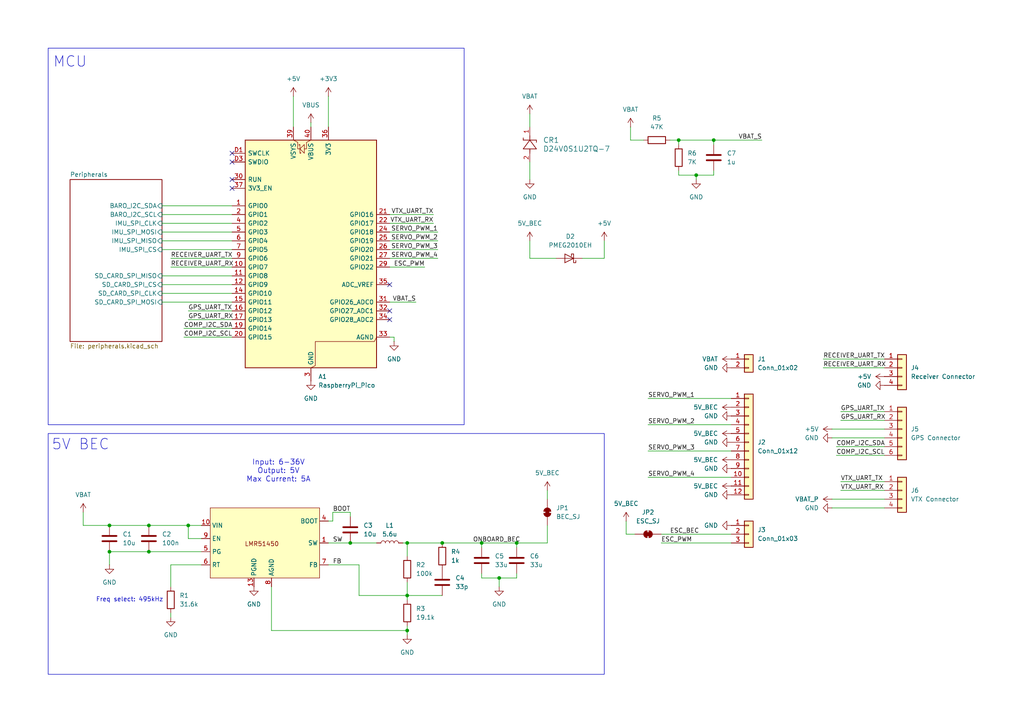
<source format=kicad_sch>
(kicad_sch (version 20250114) (generator "eeschema") (generator_version "9.0")
  (paper "A4")
  (lib_symbols
    (symbol "Connector_Generic:Conn_01x02" (pin_names (offset 1.016) (hide yes))
      (property "Reference" "J" (at 0 2.54 0))
      (property "Value" "Conn_01x02" (at 0 -5.08 0))
      (symbol "Conn_01x02_1_1"
        (rectangle (start -1.27 1.27) (end 1.27 -3.81) (stroke (width 0.254)) (fill (type background)))
        (rectangle (start -1.27 0.127) (end 0 -0.127) (stroke (width 0.1524)))
        (rectangle (start -1.27 -2.413) (end 0 -2.667) (stroke (width 0.1524)))
        (pin passive line (at -5.08 0 0) (length 3.81) (name "Pin_1") (number "1"))
        (pin passive line (at -5.08 -2.54 0) (length 3.81) (name "Pin_2") (number "2"))
      )
    )
    (symbol "Connector_Generic:Conn_01x03" (pin_names (offset 1.016) (hide yes))
      (property "Reference" "J" (at 0 5.08 0))
      (property "Value" "Conn_01x03" (at 0 -5.08 0))
      (symbol "Conn_01x03_1_1"
        (rectangle (start -1.27 3.81) (end 1.27 -3.81) (stroke (width 0.254)) (fill (type background)))
        (rectangle (start -1.27 2.667) (end 0 2.413) (stroke (width 0.1524)))
        (rectangle (start -1.27 0.127) (end 0 -0.127) (stroke (width 0.1524)))
        (rectangle (start -1.27 -2.413) (end 0 -2.667) (stroke (width 0.1524)))
        (pin passive line (at -5.08 2.54 0) (length 3.81) (name "Pin_1") (number "1"))
        (pin passive line (at -5.08 0 0) (length 3.81) (name "Pin_2") (number "2"))
        (pin passive line (at -5.08 -2.54 0) (length 3.81) (name "Pin_3") (number "3"))
      )
    )
    (symbol "Connector_Generic:Conn_01x04" (pin_names (offset 1.016) (hide yes))
      (property "Reference" "J" (at 0 5.08 0))
      (property "Value" "Conn_01x04" (at 0 -7.62 0))
      (symbol "Conn_01x04_1_1"
        (rectangle (start -1.27 3.81) (end 1.27 -6.35) (stroke (width 0.254)) (fill (type background)))
        (rectangle (start -1.27 2.667) (end 0 2.413) (stroke (width 0.1524)))
        (rectangle (start -1.27 0.127) (end 0 -0.127) (stroke (width 0.1524)))
        (rectangle (start -1.27 -2.413) (end 0 -2.667) (stroke (width 0.1524)))
        (rectangle (start -1.27 -4.953) (end 0 -5.207) (stroke (width 0.1524)))
        (pin passive line (at -5.08 2.54 0) (length 3.81) (name "Pin_1") (number "1"))
        (pin passive line (at -5.08 0 0) (length 3.81) (name "Pin_2") (number "2"))
        (pin passive line (at -5.08 -2.54 0) (length 3.81) (name "Pin_3") (number "3"))
        (pin passive line (at -5.08 -5.08 0) (length 3.81) (name "Pin_4") (number "4"))
      )
    )
    (symbol "Connector_Generic:Conn_01x06" (pin_names (offset 1.016) (hide yes))
      (property "Reference" "J" (at 0 7.62 0))
      (property "Value" "Conn_01x06" (at 0 -10.16 0))
      (symbol "Conn_01x06_1_1"
        (rectangle (start -1.27 6.35) (end 1.27 -8.89) (stroke (width 0.254)) (fill (type background)))
        (rectangle (start -1.27 5.207) (end 0 4.953) (stroke (width 0.1524)))
        (rectangle (start -1.27 2.667) (end 0 2.413) (stroke (width 0.1524)))
        (rectangle (start -1.27 0.127) (end 0 -0.127) (stroke (width 0.1524)))
        (rectangle (start -1.27 -2.413) (end 0 -2.667) (stroke (width 0.1524)))
        (rectangle (start -1.27 -4.953) (end 0 -5.207) (stroke (width 0.1524)))
        (rectangle (start -1.27 -7.493) (end 0 -7.747) (stroke (width 0.1524)))
        (pin passive line (at -5.08 5.08 0) (length 3.81) (name "Pin_1") (number "1"))
        (pin passive line (at -5.08 2.54 0) (length 3.81) (name "Pin_2") (number "2"))
        (pin passive line (at -5.08 0 0) (length 3.81) (name "Pin_3") (number "3"))
        (pin passive line (at -5.08 -2.54 0) (length 3.81) (name "Pin_4") (number "4"))
        (pin passive line (at -5.08 -5.08 0) (length 3.81) (name "Pin_5") (number "5"))
        (pin passive line (at -5.08 -7.62 0) (length 3.81) (name "Pin_6") (number "6"))
      )
    )
    (symbol "Connector_Generic:Conn_01x12" (pin_names (offset 1.016) (hide yes))
      (property "Reference" "J" (at 0 15.24 0))
      (property "Value" "Conn_01x12" (at 0 -17.78 0))
      (symbol "Conn_01x12_1_1"
        (rectangle (start -1.27 13.97) (end 1.27 -16.51) (stroke (width 0.254)) (fill (type background)))
        (rectangle (start -1.27 12.827) (end 0 12.573) (stroke (width 0.1524)))
        (rectangle (start -1.27 10.287) (end 0 10.033) (stroke (width 0.1524)))
        (rectangle (start -1.27 7.747) (end 0 7.493) (stroke (width 0.1524)))
        (rectangle (start -1.27 5.207) (end 0 4.953) (stroke (width 0.1524)))
        (rectangle (start -1.27 2.667) (end 0 2.413) (stroke (width 0.1524)))
        (rectangle (start -1.27 0.127) (end 0 -0.127) (stroke (width 0.1524)))
        (rectangle (start -1.27 -2.413) (end 0 -2.667) (stroke (width 0.1524)))
        (rectangle (start -1.27 -4.953) (end 0 -5.207) (stroke (width 0.1524)))
        (rectangle (start -1.27 -7.493) (end 0 -7.747) (stroke (width 0.1524)))
        (rectangle (start -1.27 -10.033) (end 0 -10.287) (stroke (width 0.1524)))
        (rectangle (start -1.27 -12.573) (end 0 -12.827) (stroke (width 0.1524)))
        (rectangle (start -1.27 -15.113) (end 0 -15.367) (stroke (width 0.1524)))
        (pin passive line (at -5.08 12.7 0) (length 3.81) (name "Pin_1") (number "1"))
        (pin passive line (at -5.08 10.16 0) (length 3.81) (name "Pin_2") (number "2"))
        (pin passive line (at -5.08 7.62 0) (length 3.81) (name "Pin_3") (number "3"))
        (pin passive line (at -5.08 5.08 0) (length 3.81) (name "Pin_4") (number "4"))
        (pin passive line (at -5.08 2.54 0) (length 3.81) (name "Pin_5") (number "5"))
        (pin passive line (at -5.08 0 0) (length 3.81) (name "Pin_6") (number "6"))
        (pin passive line (at -5.08 -2.54 0) (length 3.81) (name "Pin_7") (number "7"))
        (pin passive line (at -5.08 -5.08 0) (length 3.81) (name "Pin_8") (number "8"))
        (pin passive line (at -5.08 -7.62 0) (length 3.81) (name "Pin_9") (number "9"))
        (pin passive line (at -5.08 -10.16 0) (length 3.81) (name "Pin_10") (number "10"))
        (pin passive line (at -5.08 -12.7 0) (length 3.81) (name "Pin_11") (number "11"))
        (pin passive line (at -5.08 -15.24 0) (length 3.81) (name "Pin_12") (number "12"))
      )
    )
    (symbol "Device:C" (pin_numbers (hide yes)) (pin_names (offset 0.254))
      (property "Reference" "C" (at 0.635 2.54 0))
      (property "Value" "C" (at 0.635 -2.54 0))
      (symbol "C_0_1"
        (polyline (pts (xy -2.032 0.762) (xy 2.032 0.762)) (stroke (width 0.508)))
        (polyline (pts (xy -2.032 -0.762) (xy 2.032 -0.762)) (stroke (width 0.508)))
      )
      (symbol "C_1_1"
        (pin passive line (at 0 3.81 270) (length 2.794) (name "~") (number "1"))
        (pin passive line (at 0 -3.81 90) (length 2.794) (name "~") (number "2"))
      )
    )
    (symbol "Device:L" (pin_numbers (hide yes)) (pin_names (offset 1.016) (hide yes))
      (property "Reference" "L" (at -1.27 0 90))
      (property "Value" "L" (at 1.905 0 90))
      (symbol "L_0_1"
        (arc (start 0 2.54) (mid 0.6323 1.905) (end 0 1.27))
        (arc (start 0 1.27) (mid 0.6323 0.635) (end 0 0))
        (arc (start 0 0) (mid 0.6323 -0.635) (end 0 -1.27))
        (arc (start 0 -1.27) (mid 0.6323 -1.905) (end 0 -2.54))
      )
      (symbol "L_1_1"
        (pin passive line (at 0 3.81 270) (length 1.27) (name "1") (number "1"))
        (pin passive line (at 0 -3.81 90) (length 1.27) (name "2") (number "2"))
      )
    )
    (symbol "Device:R" (pin_numbers (hide yes)) (pin_names (offset 0))
      (property "Reference" "R" (at 2.032 0 90))
      (property "Value" "R" (at 0 0 90))
      (symbol "R_0_1"
        (rectangle (start -1.016 -2.54) (end 1.016 2.54) (stroke (width 0.254)))
      )
      (symbol "R_1_1"
        (pin passive line (at 0 3.81 270) (length 1.27) (name "~") (number "1"))
        (pin passive line (at 0 -3.81 90) (length 1.27) (name "~") (number "2"))
      )
    )
    (symbol "Diode:PMEG2010EH" (pin_numbers (hide yes)) (pin_names (hide yes))
      (property "Reference" "D" (at 0 2.54 0))
      (property "Value" "PMEG2010EH" (at 0 -2.54 0))
      (symbol "PMEG2010EH_0_1"
        (polyline (pts (xy -1.905 0.635) (xy -1.905 1.27) (xy -1.27 1.27) (xy -1.27 -1.27) (xy -0.635 -1.27) (xy -0.635 -0.635)) (stroke (width 0.2032)))
        (polyline (pts (xy 1.27 1.27) (xy 1.27 -1.27) (xy -1.27 0) (xy 1.27 1.27)) (stroke (width 0.2032)))
        (polyline (pts (xy 1.27 0) (xy -1.27 0)))
      )
      (symbol "PMEG2010EH_1_1"
        (pin passive line (at -3.81 0 0) (length 2.54) (name "K") (number "1"))
        (pin passive line (at 3.81 0 180) (length 2.54) (name "A") (number "2"))
      )
    )
    (symbol "Jumper:SolderJumper_2_Bridged" (pin_numbers (hide yes)) (pin_names (offset 0) (hide yes)) (in_bom no)
      (property "Reference" "JP" (at 0 2.032 0))
      (property "Value" "SolderJumper_2_Bridged" (at 0 -2.54 0))
      (symbol "SolderJumper_2_Bridged_0_1"
        (rectangle (start -0.508 0.508) (end 0.508 -0.508) (fill (type outline)))
        (polyline (pts (xy -0.254 1.016) (xy -0.254 -1.016)))
        (arc (start -0.254 -1.016) (mid -1.2656 0) (end -0.254 1.016))
        (arc (start -0.254 -1.016) (mid -1.2656 0) (end -0.254 1.016) (fill (type outline)))
        (arc (start 0.254 1.016) (mid 1.2656 0) (end 0.254 -1.016))
        (arc (start 0.254 1.016) (mid 1.2656 0) (end 0.254 -1.016) (fill (type outline)))
        (polyline (pts (xy 0.254 1.016) (xy 0.254 -1.016)))
      )
      (symbol "SolderJumper_2_Bridged_1_1"
        (pin passive line (at -3.81 0 0) (length 2.54) (name "A") (number "1"))
        (pin passive line (at 3.81 0 180) (length 2.54) (name "B") (number "2"))
      )
    )
    (symbol "MCU_Module:RaspberryPi_Pico_Debug" (pin_names (offset 0.762))
      (property "Reference" "A" (at -19.05 35.56 0))
      (property "Value" "RaspberryPi_Pico" (at 7.62 35.56 0))
      (symbol "RaspberryPi_Pico_Debug_0_1"
        (rectangle (start -19.05 34.29) (end 19.05 -31.75) (stroke (width 0.254)) (fill (type background)))
        (polyline (pts (xy -5.08 34.29) (xy -3.81 33.655) (xy -3.81 31.75) (xy -3.175 31.75)))
        (polyline (pts (xy -3.429 32.766) (xy -3.429 33.02) (xy -3.175 33.02) (xy -3.175 30.48) (xy -2.921 30.48) (xy -2.921 30.734)))
        (polyline (pts (xy -3.175 31.75) (xy -1.905 33.02) (xy -1.905 30.48) (xy -3.175 31.75)))
        (polyline (pts (xy 0 34.29) (xy -1.27 33.655) (xy -1.27 31.75) (xy -1.905 31.75)))
        (polyline (pts (xy 0 -31.75) (xy 1.27 -31.115) (xy 1.27 -24.13) (xy 18.415 -24.13) (xy 19.05 -22.86)))
      )
      (symbol "RaspberryPi_Pico_Debug_1_1"
        (pin input line (at -22.86 30.48 0) (length 3.81) (name "SWCLK") (number "D1"))
        (pin bidirectional line (at -22.86 27.94 0) (length 3.81) (name "SWDIO") (number "D3"))
        (pin passive line (at -22.86 22.86 0) (length 3.81) (name "RUN") (number "30"))
        (pin passive line (at -22.86 20.32 0) (length 3.81) (name "3V3_EN") (number "37"))
        (pin bidirectional line (at -22.86 15.24 0) (length 3.81) (name "GPIO0") (number "1"))
        (pin bidirectional line (at -22.86 12.7 0) (length 3.81) (name "GPIO1") (number "2"))
        (pin bidirectional line (at -22.86 10.16 0) (length 3.81) (name "GPIO2") (number "4"))
        (pin bidirectional line (at -22.86 7.62 0) (length 3.81) (name "GPIO3") (number "5"))
        (pin bidirectional line (at -22.86 5.08 0) (length 3.81) (name "GPIO4") (number "6"))
        (pin bidirectional line (at -22.86 2.54 0) (length 3.81) (name "GPIO5") (number "7"))
        (pin bidirectional line (at -22.86 0 0) (length 3.81) (name "GPIO6") (number "9"))
        (pin bidirectional line (at -22.86 -2.54 0) (length 3.81) (name "GPIO7") (number "10"))
        (pin bidirectional line (at -22.86 -5.08 0) (length 3.81) (name "GPIO8") (number "11"))
        (pin bidirectional line (at -22.86 -7.62 0) (length 3.81) (name "GPIO9") (number "12"))
        (pin bidirectional line (at -22.86 -10.16 0) (length 3.81) (name "GPIO10") (number "14"))
        (pin bidirectional line (at -22.86 -12.7 0) (length 3.81) (name "GPIO11") (number "15"))
        (pin bidirectional line (at -22.86 -15.24 0) (length 3.81) (name "GPIO12") (number "16"))
        (pin bidirectional line (at -22.86 -17.78 0) (length 3.81) (name "GPIO13") (number "17"))
        (pin bidirectional line (at -22.86 -20.32 0) (length 3.81) (name "GPIO14") (number "19"))
        (pin bidirectional line (at -22.86 -22.86 0) (length 3.81) (name "GPIO15") (number "20"))
        (pin power_in line (at -5.08 38.1 270) (length 3.81) (name "VSYS") (number "39"))
        (pin power_out line (at 0 38.1 270) (length 3.81) (name "VBUS") (number "40"))
        (pin passive line (at 0 -35.56 90) (length 3.81) (hide yes) (name "GND") (number "13"))
        (pin passive line (at 0 -35.56 90) (length 3.81) (hide yes) (name "GND") (number "18"))
        (pin passive line (at 0 -35.56 90) (length 3.81) (hide yes) (name "GND") (number "23"))
        (pin passive line (at 0 -35.56 90) (length 3.81) (hide yes) (name "GND") (number "28"))
        (pin power_out line (at 0 -35.56 90) (length 3.81) (name "GND") (number "3"))
        (pin passive line (at 0 -35.56 90) (length 3.81) (hide yes) (name "GND") (number "38"))
        (pin passive line (at 0 -35.56 90) (length 3.81) (hide yes) (name "GND") (number "8"))
        (pin passive line (at 0 -35.56 90) (length 3.81) (hide yes) (name "GND") (number "D2"))
        (pin power_out line (at 5.08 38.1 270) (length 3.81) (name "3V3") (number "36"))
        (pin bidirectional line (at 22.86 12.7 180) (length 3.81) (name "GPIO16") (number "21"))
        (pin bidirectional line (at 22.86 10.16 180) (length 3.81) (name "GPIO17") (number "22"))
        (pin bidirectional line (at 22.86 7.62 180) (length 3.81) (name "GPIO18") (number "24"))
        (pin bidirectional line (at 22.86 5.08 180) (length 3.81) (name "GPIO19") (number "25"))
        (pin bidirectional line (at 22.86 2.54 180) (length 3.81) (name "GPIO20") (number "26"))
        (pin bidirectional line (at 22.86 0 180) (length 3.81) (name "GPIO21") (number "27"))
        (pin bidirectional line (at 22.86 -2.54 180) (length 3.81) (name "GPIO22") (number "29"))
        (pin power_in line (at 22.86 -7.62 180) (length 3.81) (name "ADC_VREF") (number "35"))
        (pin bidirectional line (at 22.86 -12.7 180) (length 3.81) (name "GPIO26_ADC0") (number "31"))
        (pin bidirectional line (at 22.86 -15.24 180) (length 3.81) (name "GPIO27_ADC1") (number "32"))
        (pin bidirectional line (at 22.86 -17.78 180) (length 3.81) (name "GPIO28_ADC2") (number "34"))
        (pin power_out line (at 22.86 -22.86 180) (length 3.81) (name "AGND") (number "33"))
      )
    )
    (symbol "power:+3V3" (power) (pin_numbers (hide yes)) (pin_names (offset 0) (hide yes))
      (property "Value" "+3V3" (at 0 3.556 0))
      (symbol "+3V3_0_1"
        (polyline (pts (xy -0.762 1.27) (xy 0 2.54)))
        (polyline (pts (xy 0 2.54) (xy 0.762 1.27)))
        (polyline (pts (xy 0 0) (xy 0 2.54)))
      )
      (symbol "+3V3_1_1"
        (pin power_in line (at 0 0 90) (length 0) (name "~") (number "1"))
      )
    )
    (symbol "power:+5V" (power) (pin_numbers (hide yes)) (pin_names (offset 0) (hide yes))
      (property "Value" "+5V" (at 0 3.556 0))
      (symbol "+5V_0_1"
        (polyline (pts (xy -0.762 1.27) (xy 0 2.54)))
        (polyline (pts (xy 0 2.54) (xy 0.762 1.27)))
        (polyline (pts (xy 0 0) (xy 0 2.54)))
      )
      (symbol "+5V_1_1"
        (pin power_in line (at 0 0 90) (length 0) (name "~") (number "1"))
      )
    )
    (symbol "power:GND" (power) (pin_numbers (hide yes)) (pin_names (offset 0) (hide yes))
      (property "Value" "GND" (at 0 -3.81 0))
      (symbol "GND_0_1"
        (polyline (pts (xy 0 0) (xy 0 -1.27) (xy 1.27 -1.27) (xy 0 -2.54) (xy -1.27 -1.27) (xy 0 -1.27)))
      )
      (symbol "GND_1_1"
        (pin power_in line (at 0 0 270) (length 0) (name "~") (number "1"))
      )
    )
    (symbol "power:VBUS" (power) (pin_numbers (hide yes)) (pin_names (offset 0) (hide yes))
      (property "Value" "VBUS" (at 0 3.556 0))
      (symbol "VBUS_0_1"
        (polyline (pts (xy -0.762 1.27) (xy 0 2.54)))
        (polyline (pts (xy 0 2.54) (xy 0.762 1.27)))
        (polyline (pts (xy 0 0) (xy 0 2.54)))
      )
      (symbol "VBUS_1_1"
        (pin power_in line (at 0 0 90) (length 0) (name "~") (number "1"))
      )
    )
    (symbol "toto_fc:5V_BEC" (power) (pin_numbers (hide yes)) (pin_names (offset 0) (hide yes))
      (property "Value" "5V_BEC" (at 0 3.556 0))
      (symbol "5V_BEC_0_1"
        (polyline (pts (xy -0.762 1.27) (xy 0 2.54)))
        (polyline (pts (xy 0 2.54) (xy 0.762 1.27)))
        (polyline (pts (xy 0 0) (xy 0 2.54)))
      )
      (symbol "5V_BEC_1_1"
        (pin power_in line (at 0 0 90) (length 0) (name "~") (number "1"))
      )
    )
    (symbol "toto_fc:D24V0S1U2TQ-7" (pin_names (offset 0.254))
      (property "Reference" "CR" (at 5.08 4.445 0))
      (property "Value" "D24V0S1U2TQ-7" (at 5.08 -3.81 0))
      (symbol "D24V0S1U2TQ-7_0_1"
        (polyline (pts (xy 2.54 0) (xy 3.4798 0)) (stroke (width 0.2032)))
        (polyline (pts (xy 3.175 0) (xy 3.81 0)) (stroke (width 0.2032)))
        (polyline (pts (xy 3.81 1.905) (xy 3.81 -1.905)) (stroke (width 0.2032)))
        (polyline (pts (xy 3.81 -1.905) (xy 6.35 0)) (stroke (width 0.2032)))
        (polyline (pts (xy 6.35 1.905) (xy 6.985 1.905)) (stroke (width 0.2032)))
        (polyline (pts (xy 6.35 0) (xy 3.81 1.905)) (stroke (width 0.2032)))
        (polyline (pts (xy 6.35 0) (xy 7.62 0)) (stroke (width 0.2032)))
        (polyline (pts (xy 6.35 -1.905) (xy 5.715 -1.905)) (stroke (width 0.2032)))
        (polyline (pts (xy 6.35 -1.905) (xy 6.35 1.905)) (stroke (width 0.2032)))
        (pin unspecified line (at 0 0 0) (length 2.54) (name "") (number "2"))
        (pin unspecified line (at 10.16 0 180) (length 2.54) (name "") (number "1"))
      )
    )
    (symbol "toto_fc:LMR51450"
      (symbol "LMR51450_0_1"
        (rectangle (start -15.24 10.16) (end 16.51 -10.16) (fill (type background)))
      )
      (symbol "LMR51450_1_1"
        (text "LMR51450" (at -0.254 -0.254 0) (effects (font (size 1.27 1.27))))
        (pin power_in line (at -17.78 5.08 0) (length 2.54) (name "VIN") (number "10"))
        (pin power_in line (at -17.78 5.08 0) (length 2.54) (hide yes) (name "VIN") (number "11"))
        (pin power_in line (at -17.78 5.08 0) (length 2.54) (hide yes) (name "VIN") (number "12"))
        (pin input line (at -17.78 1.27 0) (length 2.54) (name "EN") (number "9"))
        (pin input line (at -17.78 -2.54 0) (length 2.54) (name "PG") (number "5"))
        (pin input line (at -17.78 -6.35 0) (length 2.54) (name "RT") (number "6"))
        (pin power_in line (at -2.54 -12.7 90) (length 2.54) (name "PGND") (number "13"))
        (pin power_in line (at 2.54 -12.7 90) (length 2.54) (name "AGND") (number "8"))
        (pin power_out line (at 19.05 6.35 180) (length 2.54) (name "BOOT") (number "4"))
        (pin power_out line (at 19.05 0 180) (length 2.54) (name "SW") (number "1"))
        (pin power_out line (at 19.05 0 180) (length 2.54) (hide yes) (name "SW") (number "2"))
        (pin power_out line (at 19.05 0 180) (length 2.54) (hide yes) (name "SW") (number "3"))
        (pin input line (at 19.05 -6.35 180) (length 2.54) (name "FB") (number "7"))
      )
    )
    (symbol "toto_fc:VBAT" (power) (pin_numbers (hide yes)) (pin_names (offset 0) (hide yes))
      (property "Value" "VBAT" (at 0 3.556 0))
      (symbol "VBAT_0_1"
        (polyline (pts (xy -0.762 1.27) (xy 0 2.54)))
        (polyline (pts (xy 0 2.54) (xy 0.762 1.27)))
        (polyline (pts (xy 0 0) (xy 0 2.54)))
      )
      (symbol "VBAT_1_1"
        (pin power_in line (at 0 0 90) (length 0) (name "~") (number "1"))
      )
    )
    (symbol "toto_fc:VBAT_P" (power) (pin_numbers (hide yes)) (pin_names (offset 0) (hide yes))
      (property "Value" "VBAT_P" (at 0 3.556 0))
      (symbol "VBAT_P_0_1"
        (polyline (pts (xy -0.762 1.27) (xy 0 2.54)))
        (polyline (pts (xy 0 2.54) (xy 0.762 1.27)))
        (polyline (pts (xy 0 0) (xy 0 2.54)))
      )
      (symbol "VBAT_P_1_1"
        (pin power_in line (at 0 0 90) (length 0) (name "~") (number "1"))
      )
    )
  )
  (rectangle (start 13.97 125.73) (end 175.26 195.58))
  (rectangle (start 13.97 13.97) (end 134.62 123.19))
  (text "5V BEC" (at 23.368 129.032 0) (effects (font (size 3.048 3.048))))
  (text "Freq select: 495kHz" (at 37.592 173.99 0) (effects (font (size 1.27 1.27))))
  (text "Input: 6-36V\nOutput: 5V\nMax Current: 5A" (at 80.772 136.652 0) (effects (font (size 1.524 1.524))))
  (text "MCU" (at 20.32 18.034 0) (effects (font (size 3.048 3.048))))
  (junction (at 118.11 182.88))
  (junction (at 54.61 152.4))
  (junction (at 31.75 152.4))
  (junction (at 101.6 157.48))
  (junction (at 201.93 50.8))
  (junction (at 128.27 157.48))
  (junction (at 43.18 152.4))
  (junction (at 139.7 157.48))
  (junction (at 43.18 160.02))
  (junction (at 118.11 172.72))
  (junction (at 144.78 167.64))
  (junction (at 31.75 160.02))
  (junction (at 207.01 40.64))
  (junction (at 118.11 157.48))
  (junction (at 149.86 157.48))
  (junction (at 196.85 40.64))
  (no_connect (at 113.03 90.17))
  (no_connect (at 67.31 46.99))
  (no_connect (at 67.31 44.45))
  (no_connect (at 113.03 92.71))
  (no_connect (at 113.03 82.55))
  (no_connect (at 67.31 52.07))
  (no_connect (at 67.31 54.61))
  (wire (pts (xy 201.93 52.07) (xy 201.93 50.8)))
  (wire (pts (xy 24.13 152.4) (xy 31.75 152.4)))
  (wire (pts (xy 149.86 157.48) (xy 158.75 157.48)))
  (wire (pts (xy 96.52 148.59) (xy 101.6 148.59)))
  (wire (pts (xy 139.7 158.75) (xy 139.7 157.48)))
  (wire (pts (xy 46.99 72.39) (xy 67.31 72.39)))
  (wire (pts (xy 207.01 40.64) (xy 220.98 40.64)))
  (wire (pts (xy 144.78 167.64) (xy 149.86 167.64)))
  (wire (pts (xy 54.61 152.4) (xy 58.42 152.4)))
  (wire (pts (xy 46.99 85.09) (xy 67.31 85.09)))
  (wire (pts (xy 241.3 124.46) (xy 256.54 124.46)))
  (wire (pts (xy 207.01 50.8) (xy 207.01 49.53)))
  (wire (pts (xy 54.61 152.4) (xy 54.61 156.21)))
  (wire (pts (xy 127 74.93) (xy 113.03 74.93)))
  (wire (pts (xy 241.3 127) (xy 256.54 127)))
  (wire (pts (xy 125.73 64.77) (xy 113.03 64.77)))
  (wire (pts (xy 31.75 152.4) (xy 43.18 152.4)))
  (wire (pts (xy 207.01 50.8) (xy 201.93 50.8)))
  (wire (pts (xy 95.25 157.48) (xy 101.6 157.48)))
  (wire (pts (xy 242.57 132.08) (xy 256.54 132.08)))
  (wire (pts (xy 149.86 158.75) (xy 149.86 157.48)))
  (wire (pts (xy 196.85 40.64) (xy 207.01 40.64)))
  (wire (pts (xy 54.61 92.71) (xy 67.31 92.71)))
  (wire (pts (xy 196.85 50.8) (xy 196.85 49.53)))
  (wire (pts (xy 243.84 142.24) (xy 256.54 142.24)))
  (wire (pts (xy 95.25 163.83) (xy 104.14 163.83)))
  (wire (pts (xy 118.11 172.72) (xy 118.11 168.91)))
  (wire (pts (xy 191.77 154.94) (xy 212.09 154.94)))
  (wire (pts (xy 90.17 35.56) (xy 90.17 36.83)))
  (wire (pts (xy 191.77 157.48) (xy 212.09 157.48)))
  (wire (pts (xy 53.34 97.79) (xy 67.31 97.79)))
  (wire (pts (xy 118.11 172.72) (xy 128.27 172.72)))
  (wire (pts (xy 158.75 142.24) (xy 158.75 144.78)))
  (wire (pts (xy 46.99 80.01) (xy 67.31 80.01)))
  (wire (pts (xy 153.67 74.93) (xy 161.29 74.93)))
  (wire (pts (xy 243.84 119.38) (xy 256.54 119.38)))
  (wire (pts (xy 181.61 154.94) (xy 184.15 154.94)))
  (wire (pts (xy 114.3 97.79) (xy 114.3 99.06)))
  (wire (pts (xy 49.53 74.93) (xy 67.31 74.93)))
  (wire (pts (xy 116.84 157.48) (xy 118.11 157.48)))
  (wire (pts (xy 96.52 151.13) (xy 96.52 148.59)))
  (wire (pts (xy 101.6 157.48) (xy 109.22 157.48)))
  (wire (pts (xy 144.78 167.64) (xy 139.7 167.64)))
  (wire (pts (xy 238.76 104.14) (xy 256.54 104.14)))
  (wire (pts (xy 241.3 147.32) (xy 256.54 147.32)))
  (wire (pts (xy 120.65 87.63) (xy 113.03 87.63)))
  (wire (pts (xy 46.99 87.63) (xy 67.31 87.63)))
  (wire (pts (xy 243.84 139.7) (xy 256.54 139.7)))
  (wire (pts (xy 46.99 69.85) (xy 67.31 69.85)))
  (wire (pts (xy 31.75 163.83) (xy 31.75 160.02)))
  (wire (pts (xy 243.84 121.92) (xy 256.54 121.92)))
  (wire (pts (xy 24.13 148.59) (xy 24.13 152.4)))
  (wire (pts (xy 118.11 184.15) (xy 118.11 182.88)))
  (wire (pts (xy 43.18 160.02) (xy 58.42 160.02)))
  (wire (pts (xy 78.74 182.88) (xy 78.74 170.18)))
  (wire (pts (xy 127 69.85) (xy 113.03 69.85)))
  (wire (pts (xy 187.96 130.81) (xy 212.09 130.81)))
  (wire (pts (xy 49.53 163.83) (xy 58.42 163.83)))
  (wire (pts (xy 46.99 62.23) (xy 67.31 62.23)))
  (wire (pts (xy 31.75 160.02) (xy 43.18 160.02)))
  (wire (pts (xy 139.7 167.64) (xy 139.7 166.37)))
  (wire (pts (xy 168.91 74.93) (xy 175.26 74.93)))
  (wire (pts (xy 182.88 36.83) (xy 182.88 40.64)))
  (wire (pts (xy 104.14 172.72) (xy 118.11 172.72)))
  (wire (pts (xy 187.96 115.57) (xy 212.09 115.57)))
  (wire (pts (xy 153.67 33.02) (xy 153.67 36.83)))
  (wire (pts (xy 85.09 27.94) (xy 85.09 36.83)))
  (wire (pts (xy 207.01 40.64) (xy 207.01 41.91)))
  (wire (pts (xy 144.78 170.18) (xy 144.78 167.64)))
  (wire (pts (xy 95.25 151.13) (xy 96.52 151.13)))
  (wire (pts (xy 158.75 152.4) (xy 158.75 157.48)))
  (wire (pts (xy 104.14 172.72) (xy 104.14 163.83)))
  (wire (pts (xy 149.86 167.64) (xy 149.86 166.37)))
  (wire (pts (xy 43.18 152.4) (xy 54.61 152.4)))
  (wire (pts (xy 118.11 161.29) (xy 118.11 157.48)))
  (wire (pts (xy 128.27 157.48) (xy 139.7 157.48)))
  (wire (pts (xy 139.7 157.48) (xy 149.86 157.48)))
  (wire (pts (xy 95.25 27.94) (xy 95.25 36.83)))
  (wire (pts (xy 241.3 144.78) (xy 256.54 144.78)))
  (wire (pts (xy 54.61 156.21) (xy 58.42 156.21)))
  (wire (pts (xy 181.61 151.13) (xy 181.61 154.94)))
  (wire (pts (xy 113.03 97.79) (xy 114.3 97.79)))
  (wire (pts (xy 53.34 95.25) (xy 67.31 95.25)))
  (wire (pts (xy 182.88 40.64) (xy 186.69 40.64)))
  (wire (pts (xy 127 72.39) (xy 113.03 72.39)))
  (wire (pts (xy 46.99 64.77) (xy 67.31 64.77)))
  (wire (pts (xy 118.11 157.48) (xy 128.27 157.48)))
  (wire (pts (xy 118.11 173.99) (xy 118.11 172.72)))
  (wire (pts (xy 46.99 59.69) (xy 67.31 59.69)))
  (wire (pts (xy 187.96 123.19) (xy 212.09 123.19)))
  (wire (pts (xy 187.96 138.43) (xy 212.09 138.43)))
  (wire (pts (xy 196.85 40.64) (xy 196.85 41.91)))
  (wire (pts (xy 238.76 106.68) (xy 256.54 106.68)))
  (wire (pts (xy 49.53 77.47) (xy 67.31 77.47)))
  (wire (pts (xy 46.99 67.31) (xy 67.31 67.31)))
  (wire (pts (xy 194.31 40.64) (xy 196.85 40.64)))
  (wire (pts (xy 118.11 182.88) (xy 118.11 181.61)))
  (wire (pts (xy 175.26 74.93) (xy 175.26 69.85)))
  (wire (pts (xy 201.93 50.8) (xy 196.85 50.8)))
  (wire (pts (xy 123.19 77.47) (xy 113.03 77.47)))
  (wire (pts (xy 49.53 163.83) (xy 49.53 170.18)))
  (wire (pts (xy 101.6 148.59) (xy 101.6 149.86)))
  (wire (pts (xy 118.11 182.88) (xy 78.74 182.88)))
  (wire (pts (xy 125.73 62.23) (xy 113.03 62.23)))
  (wire (pts (xy 153.67 69.85) (xy 153.67 74.93)))
  (wire (pts (xy 49.53 177.8) (xy 49.53 179.07)))
  (wire (pts (xy 54.61 90.17) (xy 67.31 90.17)))
  (wire (pts (xy 127 67.31) (xy 113.03 67.31)))
  (wire (pts (xy 242.57 129.54) (xy 256.54 129.54)))
  (wire (pts (xy 153.67 46.99) (xy 153.67 52.07)))
  (wire (pts (xy 46.99 82.55) (xy 67.31 82.55)))
  (label "SERVO_PWM_3" (at 187.96 130.81 0))
  (label "GPS_UART_TX" (at 243.84 119.38 0))
  (label "RECEIVER_UART_TX" (at 238.76 104.14 0))
  (label "VBAT_S" (at 220.98 40.64 180))
  (label "FB" (at 96.52 163.83 0))
  (label "ESC_BEC" (at 194.31 154.94 0))
  (label "VTX_UART_RX" (at 243.84 142.24 0))
  (label "ONBOARD_BEC" (at 137.16 157.48 0))
  (label "COMP_I2C_SDA" (at 242.57 129.54 0))
  (label "SERVO_PWM_4" (at 187.96 138.43 0))
  (label "GPS_UART_RX" (at 54.61 92.71 0))
  (label "GPS_UART_TX" (at 54.61 90.17 0))
  (label "RECEIVER_UART_RX" (at 49.53 77.47 0))
  (label "VTX_UART_RX" (at 125.73 64.77 180))
  (label "SERVO_PWM_2" (at 187.96 123.19 0))
  (label "GPS_UART_RX" (at 243.84 121.92 0))
  (label "COMP_I2C_SDA" (at 53.34 95.25 0))
  (label "ESC_PWM" (at 191.77 157.48 0))
  (label "SW" (at 96.52 157.48 0))
  (label "ESC_PWM" (at 123.19 77.47 180))
  (label "VTX_UART_TX" (at 243.84 139.7 0))
  (label "BOOT" (at 96.52 148.59 0))
  (label "RECEIVER_UART_TX" (at 49.53 74.93 0))
  (label "SERVO_PWM_4" (at 127 74.93 180))
  (label "COMP_I2C_SCL" (at 53.34 97.79 0))
  (label "COMP_I2C_SCL" (at 242.57 132.08 0))
  (label "RECEIVER_UART_RX" (at 238.76 106.68 0))
  (label "SERVO_PWM_3" (at 127 72.39 180))
  (label "SERVO_PWM_1" (at 127 67.31 180))
  (label "VBAT_S" (at 120.65 87.63 180))
  (label "SERVO_PWM_2" (at 127 69.85 180))
  (label "VTX_UART_TX" (at 125.73 62.23 180))
  (label "SERVO_PWM_1" (at 187.96 115.57 0))
  (symbol (lib_id "power:GND") (at 73.66 170.18 0) (unit 1)
    (property "Reference" "#PWR04" (effects (hide yes)))
    (property "Value" "GND" (at 73.66 175.26 0))
    (property "Description" "Power symbol creates a global label with name \"GND\" , ground" (effects (hide yes)))
  )
  (symbol (lib_id "Device:R") (at 196.85 45.72 180) (unit 1)
    (property "Reference" "R6" (at 199.39 44.4499 0) (effects (justify right)))
    (property "Value" "7K" (at 199.39 46.9899 0) (effects (justify right)))
    (property "Footprint" "Resistor_SMD:R_0603_1608Metric" (effects (hide yes)))
    (property "Description" "Resistor" (effects (hide yes)))
  )
  (symbol (lib_id "toto_fc:5V_BEC") (at 212.09 118.11 90) (unit 1)
    (property "Reference" "#PWR029" (effects (hide yes)))
    (property "Value" "5V_BEC" (at 208.28 118.1099 90) (effects (justify left)))
    (property "Description" "Power symbol creates a global label with name {dblquote}5V_BEC{dblquote}" (effects (hide yes)))
  )
  (symbol (lib_id "power:GND") (at 212.09 128.27 270) (unit 1)
    (property "Reference" "#PWR034" (effects (hide yes)))
    (property "Value" "GND" (at 208.28 128.2699 90) (effects (justify right)))
    (property "Description" "Power symbol creates a global label with name \"GND\" , ground" (effects (hide yes)))
  )
  (symbol (lib_id "power:+3V3") (at 95.25 27.94 0) (unit 1)
    (property "Reference" "#PWR08" (effects (hide yes)))
    (property "Value" "+3V3" (at 95.25 22.86 0))
    (property "Description" "Power symbol creates a global label with name \"+3V3\"" (effects (hide yes)))
  )
  (symbol (lib_id "Diode:PMEG2010EH") (at 165.1 74.93 180) (unit 1)
    (property "Reference" "D2" (at 165.4175 68.58 0))
    (property "Value" "PMEG2010EH" (at 165.4175 71.12 0))
    (property "Footprint" "Diode_SMD:D_SOD-123F" (effects (hide yes)))
    (property "Datasheet" "https://assets.nexperia.com/documents/data-sheet/PMEG2010EH_EJ_ET.pdf" (effects (hide yes)))
    (property "Description" "20V, 1A very low Vf MEGA Schottky barrier rectifier, SOD-123F" (effects (hide yes)))
  )
  (symbol (lib_id "Device:R") (at 118.11 177.8 180) (unit 1)
    (property "Reference" "R3" (at 120.65 176.53 0) (effects (justify right)))
    (property "Value" "19.1k" (at 120.65 179.07 0) (effects (justify right)))
    (property "Footprint" "Resistor_SMD:R_0603_1608Metric" (effects (hide yes)))
    (property "Description" "Resistor" (effects (hide yes)))
  )
  (symbol (lib_id "Connector_Generic:Conn_01x06") (at 261.62 124.46 0) (unit 1)
    (property "Reference" "J5" (at 264.16 124.4599 0) (effects (justify left)))
    (property "Value" "GPS Connector" (at 264.16 126.9999 0) (effects (justify left)))
    (property "Footprint" "Connector_JST:JST_GH_SM06B-GHS-TB_1x06-1MP_P1.25mm_Horizontal" (effects (hide yes)))
    (property "Description" "Generic connector, single row, 01x06, script generated (kicad-library-utils/schlib/autogen/connector/)" (effects (hide yes)))
  )
  (symbol (lib_id "toto_fc:LMR51450") (at 76.2 157.48 0) (unit 1)
    (property "Reference" "U1" (effects (hide yes)))
    (property "Value" "LMR51450" (effects (hide yes)))
    (property "Footprint" "toto_fc:LMR51450" (effects (hide yes)))
  )
  (symbol (lib_id "power:+5V") (at 256.54 109.22 90) (unit 1)
    (property "Reference" "#PWR027" (effects (hide yes)))
    (property "Value" "+5V" (at 252.73 109.2199 90) (effects (justify left)))
    (property "Description" "Power symbol creates a global label with name \"+5V\"" (effects (hide yes)))
  )
  (symbol (lib_id "Device:L") (at 113.03 157.48 90) (unit 1)
    (property "Reference" "L1" (at 113.03 152.4 90))
    (property "Value" "5.6u" (at 113.03 154.94 90))
    (property "Footprint" "toto_fc:F1C2-060606W-5R6M" (effects (hide yes)))
    (property "Description" "Inductor" (effects (hide yes)))
  )
  (symbol (lib_id "Device:C") (at 207.01 45.72 0) (unit 1)
    (property "Reference" "C7" (at 210.82 44.4499 0) (effects (justify left)))
    (property "Value" "1u" (at 210.82 46.9899 0) (effects (justify left)))
    (property "Footprint" "Capacitor_SMD:C_0603_1608Metric" (effects (hide yes)))
    (property "Description" "Unpolarized capacitor" (effects (hide yes)))
  )
  (symbol (lib_id "power:VBUS") (at 90.17 35.56 0) (unit 1)
    (property "Reference" "#PWR06" (effects (hide yes)))
    (property "Value" "VBUS" (at 90.17 30.48 0))
    (property "Description" "Power symbol creates a global label with name \"VBUS\"" (effects (hide yes)))
  )
  (symbol (lib_id "power:GND") (at 212.09 152.4 270) (unit 1)
    (property "Reference" "#PWR016" (effects (hide yes)))
    (property "Value" "GND" (at 208.28 152.3999 90) (effects (justify right)))
    (property "Description" "Power symbol creates a global label with name \"GND\" , ground" (effects (hide yes)))
  )
  (symbol (lib_id "toto_fc:VBAT") (at 182.88 36.83 0) (unit 1)
    (property "Reference" "#PWR021" (effects (hide yes)))
    (property "Value" "VBAT" (at 182.88 31.75 0))
    (property "Description" "Power symbol creates a global label with name {dblquote}VBAT{dblquote}" (effects (hide yes)))
  )
  (symbol (lib_id "Device:R") (at 118.11 165.1 180) (unit 1)
    (property "Reference" "R2" (at 120.65 163.8299 0) (effects (justify right)))
    (property "Value" "100k" (at 120.65 166.3699 0) (effects (justify right)))
    (property "Footprint" "Resistor_SMD:R_0603_1608Metric" (effects (hide yes)))
    (property "Description" "Resistor" (effects (hide yes)))
  )
  (symbol (lib_id "Device:C") (at 43.18 156.21 0) (unit 1)
    (property "Reference" "C2" (at 46.99 154.9399 0) (effects (justify left)))
    (property "Value" "100n" (at 46.99 157.4799 0) (effects (justify left)))
    (property "Footprint" "Capacitor_SMD:C_0603_1608Metric" (effects (hide yes)))
    (property "Description" "Unpolarized capacitor" (effects (hide yes)))
  )
  (symbol (lib_id "power:GND") (at 212.09 120.65 270) (unit 1)
    (property "Reference" "#PWR030" (effects (hide yes)))
    (property "Value" "GND" (at 208.28 120.6499 90) (effects (justify right)))
    (property "Description" "Power symbol creates a global label with name \"GND\" , ground" (effects (hide yes)))
  )
  (symbol (lib_id "power:GND") (at 114.3 99.06 0) (unit 1)
    (property "Reference" "#PWR09" (effects (hide yes)))
    (property "Value" "GND" (at 114.3 104.14 0))
    (property "Description" "Power symbol creates a global label with name \"GND\" , ground" (effects (hide yes)))
  )
  (symbol (lib_id "power:GND") (at 90.17 110.49 0) (unit 1)
    (property "Reference" "#PWR07" (effects (hide yes)))
    (property "Value" "GND" (at 90.17 115.57 0))
    (property "Description" "Power symbol creates a global label with name \"GND\" , ground" (effects (hide yes)))
  )
  (symbol (lib_id "Device:R") (at 49.53 173.99 180) (unit 1)
    (property "Reference" "R1" (at 52.07 172.7199 0) (effects (justify right)))
    (property "Value" "31.6k" (at 52.07 175.2599 0) (effects (justify right)))
    (property "Footprint" "Resistor_SMD:R_0603_1608Metric" (effects (hide yes)))
    (property "Description" "Resistor" (effects (hide yes)))
  )
  (symbol (lib_id "Jumper:SolderJumper_2_Bridged") (at 158.75 148.59 90) (unit 1) (in_bom no)
    (property "Reference" "JP1" (at 161.29 147.3199 90) (effects (justify right)))
    (property "Value" "BEC_SJ" (at 161.29 149.8599 90) (effects (justify right)))
    (property "Footprint" "Jumper:SolderJumper-2_P1.3mm_Open_Pad1.0x1.5mm" (effects (hide yes)))
    (property "Description" "Solder Jumper, 2-pole, closed/bridged" (effects (hide yes)))
  )
  (symbol (lib_id "toto_fc:VBAT") (at 153.67 33.02 0) (unit 1)
    (property "Reference" "#PWR014" (effects (hide yes)))
    (property "Value" "VBAT" (at 153.67 27.94 0))
    (property "Description" "Power symbol creates a global label with name {dblquote}VBAT{dblquote}" (effects (hide yes)))
  )
  (symbol (lib_id "Connector_Generic:Conn_01x03") (at 217.17 154.94 0) (unit 1)
    (property "Reference" "J3" (at 219.71 153.6699 0) (effects (justify left)))
    (property "Value" "Conn_01x03" (at 219.71 156.2099 0) (effects (justify left)))
    (property "Footprint" "Connector_PinHeader_2.54mm:PinHeader_1x03_P2.54mm_Vertical" (effects (hide yes)))
    (property "Description" "Generic connector, single row, 01x03, script generated (kicad-library-utils/schlib/autogen/connector/)" (effects (hide yes)))
  )
  (symbol (lib_id "toto_fc:D24V0S1U2TQ-7") (at 153.67 46.99 90) (unit 1)
    (property "Reference" "CR1" (at 157.48 40.6399 90) (effects (font (size 1.524 1.524)) (justify right)))
    (property "Value" "D24V0S1U2TQ-7" (at 157.48 43.1799 90) (effects (font (size 1.524 1.524)) (justify right)))
    (property "Footprint" "toto_fc:SOD523" (effects (hide yes)))
    (property "Datasheet" "D24V0S1U2TQ-7" (effects (hide yes)))
  )
  (symbol (lib_id "power:GND") (at 49.53 179.07 0) (unit 1)
    (property "Reference" "#PWR03" (effects (hide yes)))
    (property "Value" "GND" (at 49.53 184.15 0))
    (property "Description" "Power symbol creates a global label with name \"GND\" , ground" (effects (hide yes)))
  )
  (symbol (lib_id "power:GND") (at 241.3 127 270) (unit 1)
    (property "Reference" "#PWR023" (effects (hide yes)))
    (property "Value" "GND" (at 237.49 126.9999 90) (effects (justify right)))
    (property "Description" "Power symbol creates a global label with name \"GND\" , ground" (effects (hide yes)))
  )
  (symbol (lib_id "Device:C") (at 139.7 162.56 0) (unit 1)
    (property "Reference" "C5" (at 143.51 161.2899 0) (effects (justify left)))
    (property "Value" "33u" (at 143.51 163.8299 0) (effects (justify left)))
    (property "Footprint" "Capacitor_SMD:C_0805_2012Metric" (effects (hide yes)))
    (property "Description" "Unpolarized capacitor" (effects (hide yes)))
  )
  (symbol (lib_id "Connector_Generic:Conn_01x12") (at 217.17 128.27 0) (unit 1)
    (property "Reference" "J2" (at 219.71 128.2699 0) (effects (justify left)))
    (property "Value" "Conn_01x12" (at 219.71 130.8099 0) (effects (justify left)))
    (property "Footprint" "toto_fc:pwm_headers" (effects (hide yes)))
    (property "Description" "Generic connector, single row, 01x12, script generated (kicad-library-utils/schlib/autogen/connector/)" (effects (hide yes)))
  )
  (symbol (lib_id "Connector_Generic:Conn_01x04") (at 261.62 142.24 0) (unit 1)
    (property "Reference" "J6" (at 264.16 142.2399 0) (effects (justify left)))
    (property "Value" "VTX Connector" (at 264.16 144.7799 0) (effects (justify left)))
    (property "Footprint" "Connector_JST:JST_GH_SM04B-GHS-TB_1x04-1MP_P1.25mm_Horizontal" (effects (hide yes)))
    (property "Description" "Generic connector, single row, 01x04, script generated (kicad-library-utils/schlib/autogen/connector/)" (effects (hide yes)))
  )
  (symbol (lib_id "power:+5V") (at 85.09 27.94 0) (unit 1)
    (property "Reference" "#PWR05" (effects (hide yes)))
    (property "Value" "+5V" (at 85.09 22.86 0))
    (property "Description" "Power symbol creates a global label with name \"+5V\"" (effects (hide yes)))
  )
  (symbol (lib_id "power:GND") (at 212.09 135.89 270) (unit 1)
    (property "Reference" "#PWR032" (effects (hide yes)))
    (property "Value" "GND" (at 208.28 135.8899 90) (effects (justify right)))
    (property "Description" "Power symbol creates a global label with name \"GND\" , ground" (effects (hide yes)))
  )
  (symbol (lib_id "toto_fc:5V_BEC") (at 158.75 142.24 0) (unit 1)
    (property "Reference" "#PWR013" (effects (hide yes)))
    (property "Value" "5V_BEC" (at 158.75 137.16 0))
    (property "Description" "Power symbol creates a global label with name {dblquote}5V_BEC{dblquote}" (effects (hide yes)))
  )
  (symbol (lib_id "toto_fc:5V_BEC") (at 212.09 125.73 90) (unit 1)
    (property "Reference" "#PWR033" (effects (hide yes)))
    (property "Value" "5V_BEC" (at 208.28 125.7299 90) (effects (justify left)))
    (property "Description" "Power symbol creates a global label with name {dblquote}5V_BEC{dblquote}" (effects (hide yes)))
  )
  (symbol (lib_id "power:GND") (at 31.75 163.83 0) (unit 1)
    (property "Reference" "#PWR02" (effects (hide yes)))
    (property "Value" "GND" (at 31.75 168.91 0))
    (property "Description" "Power symbol creates a global label with name \"GND\" , ground" (effects (hide yes)))
  )
  (symbol (lib_id "toto_fc:VBAT_P") (at 241.3 144.78 90) (unit 1)
    (property "Reference" "#PWR024" (effects (hide yes)))
    (property "Value" "VBAT_P" (at 237.49 144.7799 90) (effects (justify left)))
    (property "Description" "Power symbol creates a global label with name {dblquote}VBAT_P{dblquote}" (effects (hide yes)))
  )
  (symbol (lib_id "toto_fc:VBAT") (at 24.13 148.59 0) (unit 1)
    (property "Reference" "#PWR01" (effects (hide yes)))
    (property "Value" "VBAT" (at 24.13 143.51 0))
    (property "Description" "Power symbol creates a global label with name {dblquote}VBAT{dblquote}" (effects (hide yes)))
  )
  (symbol (lib_id "MCU_Module:RaspberryPi_Pico_Debug") (at 90.17 74.93 0) (unit 1)
    (property "Reference" "A1" (at 92.3133 109.22 0) (effects (justify left)))
    (property "Value" "RaspberryPi_Pico" (at 92.3133 111.76 0) (effects (justify left)))
    (property "Footprint" "toto_fc:RaspberryPi_Pico_SMD_HandSolder" (effects (hide yes)))
    (property "Datasheet" "https://datasheets.raspberrypi.com/pico/pico-datasheet.pdf" (effects (hide yes)))
    (property "Description" "Versatile and inexpensive microcontroller module (with debug pins) powered by RP2040 dual-core Arm Cortex-M0+ processor up to 133 MHz, 264kB SRAM, 2MB QSPI flash; also supports Raspberry Pi Pico 2" (effects (hide yes)))
  )
  (symbol (lib_id "power:GND") (at 241.3 147.32 270) (unit 1)
    (property "Reference" "#PWR025" (effects (hide yes)))
    (property "Value" "GND" (at 237.49 147.3199 90) (effects (justify right)))
    (property "Description" "Power symbol creates a global label with name \"GND\" , ground" (effects (hide yes)))
  )
  (symbol (lib_id "toto_fc:5V_BEC") (at 181.61 151.13 0) (unit 1)
    (property "Reference" "#PWR018" (effects (hide yes)))
    (property "Value" "5V_BEC" (at 181.61 146.05 0))
    (property "Description" "Power symbol creates a global label with name {dblquote}5V_BEC{dblquote}" (effects (hide yes)))
  )
  (symbol (lib_id "power:GND") (at 201.93 52.07 0) (unit 1)
    (property "Reference" "#PWR026" (effects (hide yes)))
    (property "Value" "GND" (at 201.93 57.15 0))
    (property "Description" "Power symbol creates a global label with name \"GND\" , ground" (effects (hide yes)))
  )
  (symbol (lib_id "Device:C") (at 149.86 162.56 0) (unit 1)
    (property "Reference" "C6" (at 153.67 161.2899 0) (effects (justify left)))
    (property "Value" "33u" (at 153.67 163.8299 0) (effects (justify left)))
    (property "Footprint" "Capacitor_SMD:C_0805_2012Metric" (effects (hide yes)))
    (property "Description" "Unpolarized capacitor" (effects (hide yes)))
  )
  (symbol (lib_id "power:GND") (at 153.67 52.07 0) (unit 1)
    (property "Reference" "#PWR015" (effects (hide yes)))
    (property "Value" "GND" (at 153.67 57.15 0))
    (property "Description" "Power symbol creates a global label with name \"GND\" , ground" (effects (hide yes)))
  )
  (symbol (lib_id "Connector_Generic:Conn_01x04") (at 261.62 106.68 0) (unit 1)
    (property "Reference" "J4" (at 264.16 106.6799 0) (effects (justify left)))
    (property "Value" "Receiver Connector" (at 264.16 109.2199 0) (effects (justify left)))
    (property "Footprint" "Connector_JST:JST_GH_SM04B-GHS-TB_1x04-1MP_P1.25mm_Horizontal" (effects (hide yes)))
    (property "Description" "Generic connector, single row, 01x04, script generated (kicad-library-utils/schlib/autogen/connector/)" (effects (hide yes)))
  )
  (symbol (lib_id "power:GND") (at 256.54 111.76 270) (unit 1)
    (property "Reference" "#PWR028" (effects (hide yes)))
    (property "Value" "GND" (at 252.73 111.7599 90) (effects (justify right)))
    (property "Description" "Power symbol creates a global label with name \"GND\" , ground" (effects (hide yes)))
  )
  (symbol (lib_id "Device:R") (at 190.5 40.64 270) (unit 1)
    (property "Reference" "R5" (at 190.5 34.29 90))
    (property "Value" "47K" (at 190.5 36.83 90))
    (property "Footprint" "Resistor_SMD:R_0603_1608Metric" (effects (hide yes)))
    (property "Description" "Resistor" (effects (hide yes)))
  )
  (symbol (lib_id "Connector_Generic:Conn_01x02") (at 217.17 104.14 0) (unit 1)
    (property "Reference" "J1" (at 219.71 104.1399 0) (effects (justify left)))
    (property "Value" "Conn_01x02" (at 219.71 106.6799 0) (effects (justify left)))
    (property "Footprint" "toto_fc:vbat_pads" (effects (hide yes)))
    (property "Description" "Generic connector, single row, 01x02, script generated (kicad-library-utils/schlib/autogen/connector/)" (effects (hide yes)))
  )
  (symbol (lib_id "Jumper:SolderJumper_2_Bridged") (at 187.96 154.94 180) (unit 1) (in_bom no)
    (property "Reference" "JP2" (at 187.96 148.59 0))
    (property "Value" "ESC_SJ" (at 187.96 151.13 0))
    (property "Footprint" "Jumper:SolderJumper-2_P1.3mm_Open_Pad1.0x1.5mm" (effects (hide yes)))
    (property "Description" "Solder Jumper, 2-pole, closed/bridged" (effects (hide yes)))
  )
  (symbol (lib_id "Device:C") (at 128.27 168.91 0) (unit 1)
    (property "Reference" "C4" (at 132.08 167.6399 0) (effects (justify left)))
    (property "Value" "33p" (at 132.08 170.1799 0) (effects (justify left)))
    (property "Footprint" "Capacitor_SMD:C_0603_1608Metric" (effects (hide yes)))
    (property "Description" "Unpolarized capacitor" (effects (hide yes)))
  )
  (symbol (lib_id "power:+5V") (at 241.3 124.46 90) (unit 1)
    (property "Reference" "#PWR022" (effects (hide yes)))
    (property "Value" "+5V" (at 237.49 124.4599 90) (effects (justify left)))
    (property "Description" "Power symbol creates a global label with name \"+5V\"" (effects (hide yes)))
  )
  (symbol (lib_id "toto_fc:5V_BEC") (at 212.09 140.97 90) (unit 1)
    (property "Reference" "#PWR035" (effects (hide yes)))
    (property "Value" "5V_BEC" (at 208.28 140.9699 90) (effects (justify left)))
    (property "Description" "Power symbol creates a global label with name {dblquote}5V_BEC{dblquote}" (effects (hide yes)))
  )
  (symbol (lib_id "Device:C") (at 101.6 153.67 0) (unit 1)
    (property "Reference" "C3" (at 105.41 152.3999 0) (effects (justify left)))
    (property "Value" "10u" (at 105.41 154.9399 0) (effects (justify left)))
    (property "Footprint" "Capacitor_SMD:C_0805_2012Metric" (effects (hide yes)))
    (property "Description" "Unpolarized capacitor" (effects (hide yes)))
  )
  (symbol (lib_id "toto_fc:VBAT") (at 212.09 104.14 90) (unit 1)
    (property "Reference" "#PWR019" (effects (hide yes)))
    (property "Value" "VBAT" (at 208.28 104.1399 90) (effects (justify left)))
    (property "Description" "Power symbol creates a global label with name {dblquote}VBAT{dblquote}" (effects (hide yes)))
  )
  (symbol (lib_id "Device:C") (at 31.75 156.21 0) (unit 1)
    (property "Reference" "C1" (at 35.56 154.9399 0) (effects (justify left)))
    (property "Value" "10u" (at 35.56 157.4799 0) (effects (justify left)))
    (property "Footprint" "Capacitor_SMD:C_0805_2012Metric" (effects (hide yes)))
    (property "Description" "Unpolarized capacitor" (effects (hide yes)))
  )
  (symbol (lib_id "power:GND") (at 212.09 143.51 270) (unit 1)
    (property "Reference" "#PWR036" (effects (hide yes)))
    (property "Value" "GND" (at 208.28 143.5099 90) (effects (justify right)))
    (property "Description" "Power symbol creates a global label with name \"GND\" , ground" (effects (hide yes)))
  )
  (symbol (lib_id "power:GND") (at 118.11 184.15 0) (unit 1)
    (property "Reference" "#PWR010" (effects (hide yes)))
    (property "Value" "GND" (at 118.11 189.23 0))
    (property "Description" "Power symbol creates a global label with name \"GND\" , ground" (effects (hide yes)))
  )
  (symbol (lib_id "power:+5V") (at 175.26 69.85 0) (unit 1)
    (property "Reference" "#PWR020" (effects (hide yes)))
    (property "Value" "+5V" (at 175.26 64.77 0))
    (property "Description" "Power symbol creates a global label with name \"+5V\"" (effects (hide yes)))
  )
  (symbol (lib_id "Device:R") (at 128.27 161.29 180) (unit 1)
    (property "Reference" "R4" (at 130.81 160.0199 0) (effects (justify right)))
    (property "Value" "1k" (at 130.81 162.5599 0) (effects (justify right)))
    (property "Footprint" "Resistor_SMD:R_0603_1608Metric" (effects (hide yes)))
    (property "Description" "Resistor" (effects (hide yes)))
  )
  (symbol (lib_id "power:GND") (at 212.09 106.68 270) (unit 1)
    (property "Reference" "#PWR017" (effects (hide yes)))
    (property "Value" "GND" (at 208.28 106.6799 90) (effects (justify right)))
    (property "Description" "Power symbol creates a global label with name \"GND\" , ground" (effects (hide yes)))
  )
  (symbol (lib_id "toto_fc:5V_BEC") (at 212.09 133.35 90) (unit 1)
    (property "Reference" "#PWR031" (effects (hide yes)))
    (property "Value" "5V_BEC" (at 208.28 133.3499 90) (effects (justify left)))
    (property "Description" "Power symbol creates a global label with name {dblquote}5V_BEC{dblquote}" (effects (hide yes)))
  )
  (symbol (lib_id "toto_fc:5V_BEC") (at 153.67 69.85 0) (unit 1)
    (property "Reference" "#PWR011" (effects (hide yes)))
    (property "Value" "5V_BEC" (at 153.67 64.77 0))
    (property "Description" "Power symbol creates a global label with name {dblquote}5V_BEC{dblquote}" (effects (hide yes)))
  )
  (symbol (lib_id "power:GND") (at 144.78 170.18 0) (unit 1)
    (property "Reference" "#PWR012" (effects (hide yes)))
    (property "Value" "GND" (at 144.78 175.26 0))
    (property "Description" "Power symbol creates a global label with name \"GND\" , ground" (effects (hide yes)))
  )
  (sheet (at 20.32 52.07) (size 26.67 46.99) (stroke (width 0.1524))
    (property "Sheetname" "Peripherals" (at 20.32 51.3584 0) (effects (justify left bottom)))
    (property "Sheetfile" "peripherals.kicad_sch" (at 20.32 99.6446 0) (effects (justify left top)))
    (pin "BARO_I2C_SCL" input (at 46.99 62.23 0))
    (pin "BARO_I2C_SDA" input (at 46.99 59.69 0))
    (pin "IMU_SPI_CLK" input (at 46.99 64.77 0))
    (pin "IMU_SPI_CS" input (at 46.99 72.39 0))
    (pin "IMU_SPI_MISO" input (at 46.99 69.85 0))
    (pin "IMU_SPI_MOSI" input (at 46.99 67.31 0))
    (pin "SD_CARD_SPI_CLK" input (at 46.99 85.09 0))
    (pin "SD_CARD_SPI_CS" input (at 46.99 82.55 0))
    (pin "SD_CARD_SPI_MISO" input (at 46.99 80.01 0))
    (pin "SD_CARD_SPI_MOSI" input (at 46.99 87.63 0))
  )
)
</source>
